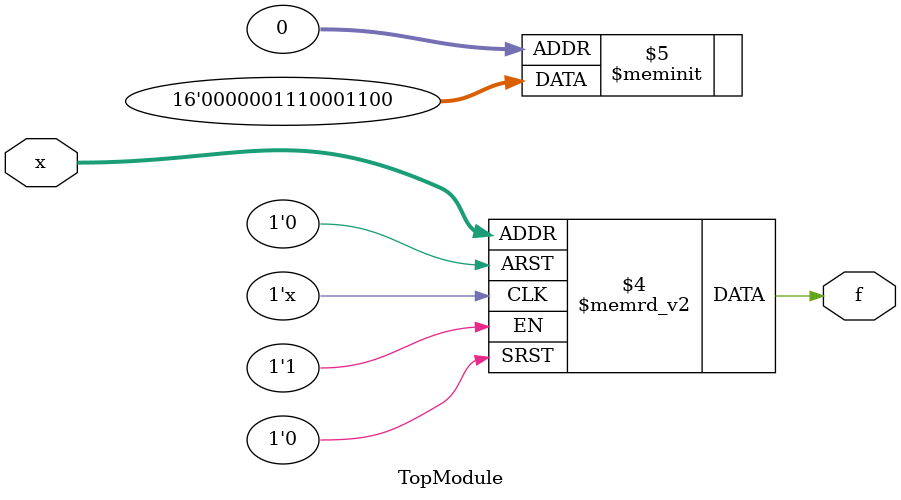
<source format=sv>
module TopModule (
    input logic [3:0] x,
    output logic f
);
    always @(*) begin
        case (x)
            4'b0000: f = 1'b0; // Corresponds to 0
            4'b0001: f = 1'b0; // Corresponds to 0
            4'b0010: f = 1'b1; // Corresponds to 1
            4'b0011: f = 1'b1; // Corresponds to 1
            4'b0100: f = 1'b0; // Corresponds to 0
            4'b0101: f = 1'b0; // Corresponds to 0
            4'b0110: f = 1'b0; // Don't care
            4'b0111: f = 1'b1; // Corresponds to 1
            4'b1000: f = 1'b1; // Corresponds to 1
            4'b1001: f = 1'b1; // Corresponds to 1
            4'b1010: f = 1'b0; // Don't care
            4'b1011: f = 1'b0; // Don't care
            4'b1100: f = 1'b0; // Don't care
            4'b1101: f = 1'b0; // Don't care
            4'b1110: f = 1'b0; // Don't care
            4'b1111: f = 1'b0; // Don't care
            default: f = 1'b0; // Default case, should not happen
        endcase
    end
endmodule

// VERILOG-EVAL: response did not use [BEGIN]/[DONE] correctly
</source>
